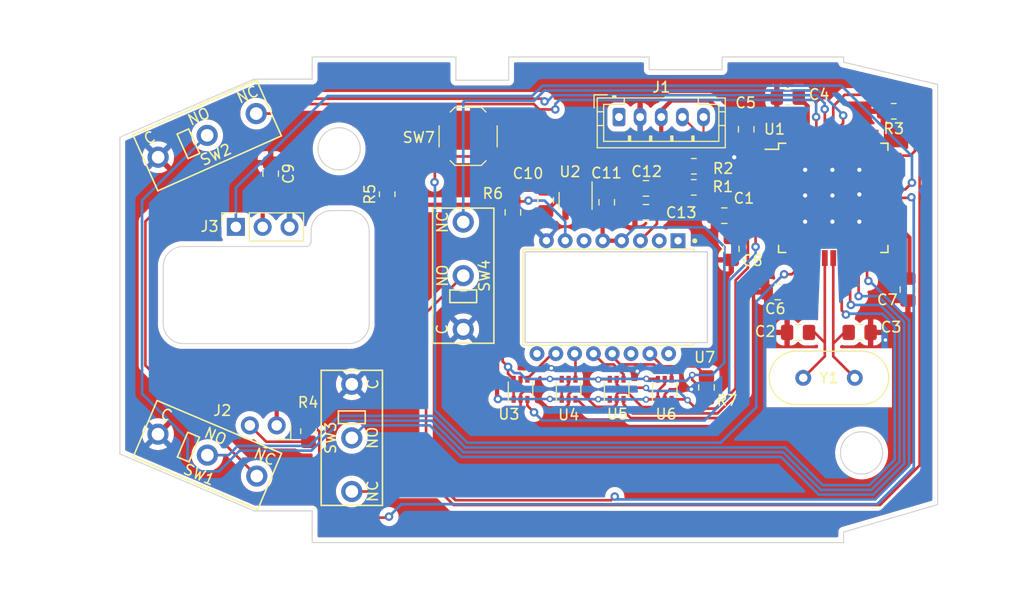
<source format=kicad_pcb>
(kicad_pcb (version 20210108) (generator pcbnew)
  (layers (0 "F.Cu" signal) (31 "B.Cu" signal) (34 "B.Paste" user) (35 "F.Paste" user) (36 "B.SilkS" user "B.Silkscreen") (37 "F.SilkS" user "F.Silkscreen") (38 "B.Mask" user) (39 "F.Mask" user) (44 "Edge.Cuts" user))
  (net 0 "")
  (net 1 "Net-(C1-Pad2)")
  (net 2 "GND")
  (net 3 "Net-(C2-Pad2)")
  (net 4 "Net-(C3-Pad2)")
  (net 5 "Net-(C4-Pad2)")
  (net 6 "Net-(J2-Pad2)")
  (net 7 "Net-(C9-Pad2)")
  (net 8 "Net-(SW7-Pad2)")
  (net 9 "VCC")
  (net 10 "VDD")
  (net 11 "Net-(C12-Pad1)")
  (net 12 "D+")
  (net 13 "D-")
  (net 14 "no_connect_(J1-Pad1)")
  (net 15 "WHL_COM")
  (net 16 "no_connect_(U7-Pad1)")
  (net 17 "MISO")
  (net 18 "/ATMEGA2_USB_D_P")
  (net 19 "/ATMEGA2_USB_D_N")
  (net 20 "WHL_LED")
  (net 21 "NRESET")
  (net 22 "+left")
  (net 23 "-left")
  (net 24 "+right")
  (net 25 "-right")
  (net 26 "+middle")
  (net 27 "-middle")
  (net 28 "+dpi")
  (net 29 "-dpi")
  (net 30 "no_connect_(U1-Pad32)")
  (net 31 "no_connect_(U1-Pad31)")
  (net 32 "no_connect_(U1-Pad30)")
  (net 33 "no_connect_(U1-Pad27)")
  (net 34 "no_connect_(U1-Pad26)")
  (net 35 "no_connect_(U1-Pad12)")
  (net 36 "MISO-H")
  (net 37 "MOSI-H")
  (net 38 "SCLK-H")
  (net 39 "SS-H")
  (net 40 "no_connect_(U1-Pad1)")
  (net 41 "no_connect_(U2-Pad4)")
  (net 42 "MOSI")
  (net 43 "SS")
  (net 44 "SCLK")
  (net 45 "no_connect_(U7-Pad2)")
  (net 46 "no_connect_(U7-Pad6)")
  (net 47 "no_connect_(U7-Pad9)")
  (net 48 "no_connect_(U7-Pad14)")
  (net 49 "no_connect_(U7-Pad16)")
  (net 50 "Net-(R3-Pad1)")
  (net 51 "Net-(R7-Pad2)")
  (net 52 "no_connect_(U1-Pad22)")
  (net 53 "no_connect_(U1-Pad25)")
  (net 54 "no_connect_(U1-Pad36)")
  (net 55 "no_connect_(U1-Pad37)")
  (footprint "Capacitor_SMD:C_0805_2012Metric_Pad1.18x1.45mm_HandSolder" (layer "F.Cu") (at 80.04 137.86 180)
    (fp_text reference "C13")
    (fp_text value "100nF")
  )
  (footprint "Connector_JST:JST_PH_B5B-PH-K_1x05_P2.00mm_Vertical" (layer "F.Cu") (at 77.49 128.84)
    (fp_text reference "J1")
    (fp_text value "Conn_01x05_Female")
  )
  (footprint "Capacitor_SMD:C_0805_2012Metric_Pad1.18x1.45mm_HandSolder" (layer "F.Cu") (at 104.84 145.18 -90)
    (fp_text reference "C7")
    (fp_text value "100nf")
  )
  (footprint "Capacitor_SMD:C_0805_2012Metric_Pad1.18x1.45mm_HandSolder" (layer "F.Cu") (at 67.45 137.87 -90)
    (fp_text reference "R6")
    (fp_text value "10k")
  )
  (footprint "Capacitor_SMD:C_0805_2012Metric_Pad1.18x1.45mm_HandSolder" (layer "F.Cu") (at 80.04 135.6 180)
    (fp_text reference "C12")
    (fp_text value "4.7uF")
  )
  (footprint "Capacitor_SMD:C_0805_2012Metric_Pad1.18x1.45mm_HandSolder" (layer "F.Cu") (at 88.12 141.33 -90)
    (fp_text reference "C8")
    (fp_text value "1uF")
  )
  (footprint "Crystal:Crystal_HC49-U_Vertical" (layer "F.Cu") (at 94.931579 153.544907)
    (fp_text reference "Y1")
    (fp_text value "16mhz Crystal")
  )
  (footprint "Capacitor_SMD:C_0805_2012Metric_Pad1.18x1.45mm_HandSolder" (layer "F.Cu") (at 76.33 136.91 90)
    (fp_text reference "C11")
    (fp_text value "1uF")
  )
  (footprint "Resistor_SMD:R_0805_2012Metric_Pad1.20x1.40mm_HandSolder" (layer "F.Cu") (at 48.1 158.6 90)
    (fp_text reference "R4")
    (fp_text value "150")
  )
  (footprint "Package_TO_SOT_SMD:SOT-363_SC-70-6" (layer "F.Cu") (at 77.27 154.63 90)
    (fp_text reference "U5")
    (fp_text value "SN74LVC1T45DCK")
  )
  (footprint "Resistor_SMD:R_0805_2012Metric_Pad1.20x1.40mm_HandSolder" (layer "F.Cu") (at 84.58 133.499999)
    (fp_text reference "R2")
    (fp_text value "22")
  )
  (footprint "Capacitor_SMD:C_0805_2012Metric_Pad1.18x1.45mm_HandSolder" (layer "F.Cu") (at 94.44 149.24)
    (fp_text reference "C2")
    (fp_text value "22pf")
  )
  (footprint "Capacitor_SMD:C_0805_2012Metric_Pad1.18x1.45mm_HandSolder" (layer "F.Cu") (at 100.27 149.24 180)
    (fp_text reference "C3")
    (fp_text value "22pf")
  )
  (footprint "Package_TO_SOT_SMD:SOT-363_SC-70-6" (layer "F.Cu") (at 72.72 154.63 90)
    (fp_text reference "U4")
    (fp_text value "SN74LVC1T45DCK")
  )
  (footprint "Capacitor_SMD:C_0805_2012Metric_Pad1.18x1.45mm_HandSolder" (layer "F.Cu") (at 87.46 138.18)
    (fp_text reference "C1")
    (fp_text value "1uF")
  )
  (footprint "Connector_PinSocket_2.54mm:PinSocket_1x03_P2.54mm_Vertical" (layer "F.Cu") (at 41.225 139.245 90)
    (fp_text reference "J3")
    (fp_text value "Conn_01x03_Female")
  )
  (footprint "Capacitor_SMD:C_0805_2012Metric_Pad1.18x1.45mm_HandSolder" (layer "F.Cu") (at 92.51 145.41 180)
    (fp_text reference "C6")
    (fp_text value "100nf")
  )
  (footprint "Resistor_SMD:R_0805_2012Metric_Pad1.20x1.40mm_HandSolder" (layer "F.Cu") (at 55.55 136.15 90)
    (fp_text reference "R5")
    (fp_text value "10")
  )
  (footprint "Capacitor_SMD:C_0805_2012Metric_Pad1.18x1.45mm_HandSolder" (layer "F.Cu") (at 93.47 126.96)
    (fp_text reference "C4")
    (fp_text value "100nF")
  )
  (footprint "mouse:Microswitch_SPDT_D2F" (layer "F.Cu") (at 62.75 143.865 90)
    (fp_text reference "SW4")
    (fp_text value "SW_SPDT")
  )
  (footprint "Resistor_SMD:R_0805_2012Metric_Pad1.20x1.40mm_HandSolder" (layer "F.Cu") (at 103.5 128.29 180)
    (fp_text reference "R3")
    (fp_text value "1k")
  )
  (footprint "mouse:Microswitch_SPDT_D2F" (layer "F.Cu") (at 38.53 160.865 -23)
    (fp_text reference "SW1")
    (fp_text value "SW_SPDT")
  )
  (footprint "Capacitor_SMD:C_0805_2012Metric_Pad1.18x1.45mm_HandSolder" (layer "F.Cu") (at 89.53 130 -90)
    (fp_text reference "C5")
    (fp_text value "100nf")
  )
  (footprint "Connector_PinSocket_2.54mm:PinSocket_1x02_P2.54mm_Vertical" (layer "F.Cu") (at 45.09 158.05 -90)
    (fp_text reference "J2")
    (fp_text value "Conn_01x02_Female")
  )
  (footprint "Capacitor_SMD:C_0805_2012Metric_Pad1.18x1.45mm_HandSolder" (layer "F.Cu") (at 44.52 134.2 -90)
    (fp_text reference "C9")
    (fp_text value "100nF")
  )
  (footprint "Package_QFP:TQFP-44_10x10mm_P0.8mm" (layer "F.Cu") (at 97.771579 136.494907)
    (fp_text reference "U1")
    (fp_text value "ATmega32U4-AU")
  )
  (footprint "Capacitor_SMD:C_0805_2012Metric_Pad1.18x1.45mm_HandSolder" (layer "F.Cu") (at 70.55 136.73 -90)
    (fp_text reference "C10")
    (fp_text value "1uF")
  )
  (footprint "Package_TO_SOT_SMD:SOT-23-5" (layer "F.Cu") (at 73.38 136.78 -90)
    (fp_text reference "U2")
    (fp_text value "TLV70019")
  )
  (footprint "Capacitor_SMD:C_0805_2012Metric_Pad1.18x1.45mm_HandSolder" (layer "F.Cu") (at 85.77 154.45 90)
    (fp_text reference "R7")
    (fp_text value "39R")
  )
  (footprint "Package_TO_SOT_SMD:SOT-363_SC-70-6" (layer "F.Cu") (at 81.82 154.63 90)
    (fp_text reference "U6")
    (fp_text value "SN74LVC1T45DCK")
  )
  (footprint "mouse:PMW3360DM-T2QU" (layer "F.Cu") (at 77.42 145.9 180)
    (fp_text reference "U7")
    (fp_text value "PMW3360DM-T2QU")
    (fp_rect (start -8.44 -4.3) (end 8.82 4.3) (layer "Edge.Cuts") (width 0.12) (fill none))
  )
  (footprint "Resistor_SMD:R_0805_2012Metric_Pad1.20x1.40mm_HandSolder" (layer "F.Cu") (at 84.57 135.499999)
    (fp_text reference "R1")
    (fp_text value "22")
  )
  (footprint "mouse:Microswitch_SPDT_D2F" (layer "F.Cu") (at 52.2 159.23 -90)
    (fp_text reference "SW3")
    (fp_text value "SW_SPDT")
  )
  (footprint "Package_TO_SOT_SMD:SOT-363_SC-70-6" (layer "F.Cu") (at 68.17 154.63 90)
    (fp_text reference "U3")
    (fp_text value "SN74LVC1T45DCK")
  )
  (footprint "mouse:Microswitch_SPDT_D2F" (layer "F.Cu") (at 38.51 130.575 24)
    (fp_text reference "SW2")
    (fp_text value "SW_SPDT")
  )
  (footprint "Button_Switch_SMD:SW_SPST_TL3342" (layer "F.Cu") (at 63.21 130.67)
    (fp_text reference "SW7")
    (fp_text value "SW_SPST")
  )
  (gr_arc (start 50.301843 139.657649) (end 48.35 139.497523) (angle 86.9) (layer "Edge.Cuts") (width 0.1))
  (gr_line (start 87.25 123.15) (end 98.75 123.15) (layer "Edge.Cuts") (width 0.1))
  (gr_line (start 67.05 123.15) (end 80.35 123.15) (layer "Edge.Cuts") (width 0.1))
  (gr_line (start 48.45 125.25) (end 42.95 125.25) (layer "Edge.Cuts") (width 0.1))
  (gr_line (start 48.35 140.6) (end 48.35 139.497523) (layer "Edge.Cuts") (width 0.1))
  (gr_line (start 98.75 168.15) (end 107.65 165.55) (layer "Edge.Cuts") (width 0.1))
  (gr_arc (start 51.936627 148.384908) (end 53.85 148.5) (angle 89) (layer "Edge.Cuts") (width 0.1))
  (gr_arc (start 36.254723 143.005249) (end 34.35 142.9) (angle 89.7) (layer "Edge.Cuts") (width 0.1))
  (gr_line (start 48.45 123.15) (end 62.05 123.15) (layer "Edge.Cuts") (width 0.1))
  (gr_line (start 87.25 123.15) (end 87.25 124.35) (layer "Edge.Cuts") (width 0.1))
  (gr_arc (start 47.817472 140.566717) (end 48.35 140.6) (angle 88.3) (layer "Edge.Cuts") (width 0.1))
  (gr_line (start 48.45 169.15) (end 48.45 166.15) (layer "Edge.Cuts") (width 0.1))
  (gr_line (start 42.95 125.25) (end 30.25 130.75) (layer "Edge.Cuts") (width 0.1))
  (gr_line (start 98.75 123.15) (end 98.75 123.65) (layer "Edge.Cuts") (width 0.1))
  (gr_line (start 80.35 123.15) (end 80.35 124.35) (layer "Edge.Cuts") (width 0.1))
  (gr_line (start 98.75 169.15) (end 98.75 168.15) (layer "Edge.Cuts") (width 0.1))
  (gr_arc (start 36.258808 148.392604) (end 36.144507 150.3) (angle 89.2) (layer "Edge.Cuts") (width 0.1))
  (gr_line (start 80.35 124.35) (end 87.25 124.35) (layer "Edge.Cuts") (width 0.1))
  (gr_line (start 62.05 125.35) (end 67.05 125.35) (layer "Edge.Cuts") (width 0.1))
  (gr_line (start 36.35 141.1) (end 47.8 141.1) (layer "Edge.Cuts") (width 0.1))
  (gr_line (start 48.45 166.15) (end 42.95 166.15) (layer "Edge.Cuts") (width 0.1))
  (gr_line (start 34.35 148.304944) (end 34.35 142.9) (layer "Edge.Cuts") (width 0.1))
  (gr_line (start 107.65 125.75) (end 107.65 165.55) (layer "Edge.Cuts") (width 0.1))
  (gr_line (start 98.75 169.15) (end 48.45 169.15) (layer "Edge.Cuts") (width 0.1))
  (gr_line (start 67.05 123.15) (end 67.05 125.35) (layer "Edge.Cuts") (width 0.1))
  (gr_line (start 42.95 166.15) (end 30.25 160.75) (layer "Edge.Cuts") (width 0.1))
  (gr_line (start 53.85 148.5) (end 53.85 139.706185) (layer "Edge.Cuts") (width 0.1))
  (gr_circle (center 100.45 160.65) (end 102.45 160.65) (layer "Edge.Cuts") (width 0.1) (fill none))
  (gr_arc (start 51.886783 139.656833) (end 52.052477 137.7) (angle 86.6) (layer "Edge.Cuts") (width 0.1))
  (gr_line (start 30.25 160.75) (end 30.25 130.75) (layer "Edge.Cuts") (width 0.1))
  (gr_circle (center 51 131.85) (end 53 131.85) (layer "Edge.Cuts") (width 0.1) (fill none))
  (gr_line (start 62.05 123.15) (end 62.05 125.35) (layer "Edge.Cuts") (width 0.1))
  (gr_line (start 48.45 123.15) (end 48.45 125.25) (layer "Edge.Cuts") (width 0.1))
  (gr_line (start 98.75 123.65) (end 107.65 125.75) (layer "Edge.Cuts") (width 0.1))
  (gr_line (start 50.356185 137.7) (end 52.052477 137.7) (layer "Edge.Cuts") (width 0.1))
  (gr_line (start 51.854944 150.3) (end 36.144507 150.3) (layer "Edge.Cuts") (width 0.1))
  (segment (start 89.24 138.18) (end 90.93 136.49) (width 0.4) (layer "F.Cu") (net 1))
  (segment (start 88.4975 138.18) (end 89.24 138.18) (width 0.4) (layer "F.Cu") (net 1))
  (segment (start 90.93 136.49) (end 92.066672 136.49) (width 0.4) (layer "F.Cu") (net 1))
  (segment (start 73.38 135.6725) (end 73.38 136.335) (width 0.4) (layer "F.Cu") (net 2))
  (segment (start 72.925 136.79) (end 73.38 136.335) (width 0.4) (layer "F.Cu") (net 2))
  (segment (start 88.455093 135.694907) (end 88.45 135.7) (width 0.4) (layer "F.Cu") (net 2))
  (segment (start 94.571579 130.794907) (end 94.571579 131.739927) (width 0.4) (layer "F.Cu") (net 2))
  (segment (start 81.82 156.04002) (end 81.55002 156.31) (width 0.25) (layer "F.Cu") (net 2))
  (segment (start 68.17 155.58) (end 68.17 156.64) (width 0.25) (layer "F.Cu") (net 2))
  (segment (start 72.72 155.11998) (end 73.04998 154.79) (width 0.25) (layer "F.Cu") (net 2))
  (segment (start 73.79 154.79) (end 75.29 156.29) (width 0.25) (layer "F.Cu") (net 2))
  (segment (start 92.071579 135.694907) (end 88.455093 135.694907) (width 0.4) (layer "F.Cu") (net 2))
  (segment (start 72.72 155.58) (end 72.72 155.11998) (width 0.25) (layer "F.Cu") (net 2))
  (segment (start 82.30998 154.63) (end 84.35 154.63) (width 0.25) (layer "F.Cu") (net 2))
  (segment (start 73.04998 154.79) (end 73.79 154.79) (width 0.25) (layer "F.Cu") (net 2))
  (segment (start 87.565093 135.694907) (end 88.455093 135.694907) (width 0.4) (layer "F.Cu") (net 2))
  (segment (start 96.171579 145.628421) (end 96.171579 142.194907) (width 0.4) (layer "F.Cu") (net 2))
  (segment (start 100.971579 129.478421) (end 100.99 129.46) (width 0.4) (layer "F.Cu") (net 2))
  (segment (start 77.27 156.04002) (end 77.27 155.58) (width 0.25) (layer "F.Cu") (net 2))
  (segment (start 94.571579 131.739927) (end 95.171652 132.34) (width 0.4) (layer "F.Cu") (net 2))
  (segment (start 73.38 136.335) (end 73.855 136.81) (width 0.4) (layer "F.Cu") (net 2))
  (segment (start 69.19 154.82) (end 70.72 156.35) (width 0.25) (layer "F.Cu") (net 2))
  (segment (start 100.971579 131.739927) (end 100.971579 130.794907) (width 0.4) (layer "F.Cu") (net 2))
  (segment (start 72.72 156.04002) (end 72.72 155.58) (width 0.25) (layer "F.Cu") (net 2))
  (segment (start 95.171652 132.34) (end 100.371506 132.34) (width 0.4) (layer "F.Cu") (net 2))
  (segment (start 100.371506 132.34) (end 100.971579 131.739927) (width 0.4) (layer "F.Cu") (net 2))
  (segment (start 79.67 156.31) (end 78.289989 154.929989) (width 0.25) (layer "F.Cu") (net 2))
  (segment (start 94.571579 128.471579) (end 94.571579 130.794907) (width 0.4) (layer "F.Cu") (net 2))
  (segment (start 96.08 145.72) (end 96.171579 145.628421) (width 0.4) (layer "F.Cu") (net 2))
  (segment (start 86.4225 136.8375) (end 87.565093 135.694907) (width 0.4) (layer "F.Cu") (net 2))
  (segment (start 81.82 155.11998) (end 82.30998 154.63) (width 0.25) (layer "F.Cu") (net 2))
  (segment (start 71.5575 136.79) (end 72.925 136.79) (width 0.4) (layer "F.Cu") (net 2))
  (segment (start 81.82 155.58) (end 81.82 156.04002) (width 0.25) (layer "F.Cu") (net 2))
  (segment (start 70.55 137.7975) (end 71.5575 136.79) (width 0.4) (layer "F.Cu") (net 2))
  (segment (start 78.289989 154.929989) (end 77.459991 154.929989) (width 0.25) (layer "F.Cu") (net 2))
  (segment (start 94.51 128.41) (end 94.571579 128.471579) (width 0.4) (layer "F.Cu") (net 2))
  (segment (start 75.4225 136.81) (end 76.33 135.9025) (width 0.4) (layer "F.Cu") (net 2))
  (segment (start 77.459991 154.929989) (end 77.27 155.11998) (width 0.25) (layer "F.Cu") (net 2))
  (segment (start 77.02002 156.29) (end 77.27 156.04002) (width 0.25) (layer "F.Cu") (net 2))
  (segment (start 81.82 155.58) (end 81.82 155.11998) (width 0.25) (layer "F.Cu") (net 2))
  (segment (start 77.27 155.11998) (end 77.27 155.58) (width 0.25) (layer "F.Cu") (net 2))
  (segment (start 86.4225 138.18) (end 86.4225 136.8375) (width 0.4) (layer "F.Cu") (net 2))
  (segment (start 81.55002 156.31) (end 79.67 156.31) (width 0.25) (layer "F.Cu") (net 2))
  (segment (start 73.855 136.81) (end 75.4225 136.81) (width 0.4) (layer "F.Cu") (net 2))
  (segment (start 72.41002 156.35) (end 72.72 156.04002) (width 0.25) (layer "F.Cu") (net 2))
  (segment (start 75.29 156.29) (end 77.02002 156.29) (width 0.25) (layer "F.Cu") (net 2))
  (segment (start 100.971579 130.794907) (end 100.971579 129.478421) (width 0.4) (layer "F.Cu") (net 2))
  (segment (start 68.17 155.58) (end 68.17 155.11998) (width 0.25) (layer "F.Cu") (net 2))
  (segment (start 70.72 156.35) (end 72.41002 156.35) (width 0.25) (layer "F.Cu") (net 2))
  (segment (start 68.17 155.11998) (end 68.46998 154.82) (width 0.25) (layer "F.Cu") (net 2))
  (segment (start 68.46998 154.82) (end 69.19 154.82) (width 0.25) (layer "F.Cu") (net 2))
  (via (at 95.11 138.75) (size 0.8) (drill 0.4) (layers "F.Cu" "B.Cu") (net 2))
  (via (at 95.11 133.84) (size 0.8) (drill 0.4) (layers "F.Cu" "B.Cu") (net 2))
  (via (at 102.704 149.96) (size 0.6) (drill 0.33) (layers "F.Cu" "B.Cu") (net 2))
  (via (at 79.22 152.92) (size 0.6) (drill 0.33) (layers "F.Cu" "B.Cu") (net 2))
  (via (at 100.24 136.17) (size 0.8) (drill 0.4) (layers "F.Cu" "B.Cu") (net 2))
  (via (at 71.09 152.63) (size 0.6) (drill 0.33) (layers "F.Cu" "B.Cu") (net 2))
  (via (at 95.11 136.27) (size 0.8) (drill 0.4) (layers "F.Cu" "B.Cu") (net 2))
  (via (at 84.35 154.63) (size 0.6) (drill 0.33) (layers "F.Cu" "B.Cu") (net 2))
  (via (at 97.69 138.75) (size 0.8) (drill 0.4) (layers "F.Cu" "B.Cu") (net 2))
  (via (at 97.69 133.84) (size 0.8) (drill 0.4) (layers "F.Cu" "B.Cu") (net 2))
  (via (at 100.24 133.84) (size 0.8) (drill 0.4) (layers "F.Cu" "B.Cu") (net 2))
  (via (at 88.4 132.65) (size 0.8) (drill 0.4) (layers "F.Cu" "B.Cu") (net 2))
  (via (at 97.69 136.27) (size 0.8) (drill 0.4) (layers "F.Cu" "B.Cu") (net 2))
  (via (at 100.24 138.75) (size 0.8) (drill 0.4) (layers "F.Cu" "B.Cu") (net 2))
  (segment (start 96 149.24) (end 96.971579 150.211579) (width 0.25) (layer "F.Cu") (net 3))
  (segment (start 95.4775 149.24) (end 96 149.24) (width 0.25) (layer "F.Cu") (net 3))
  (segment (start 96.971579 142.194907) (end 96.971579 151.504907) (width 0.25) (layer "F.Cu") (net 3))
  (segment (start 96.971579 151.504907) (end 94.931579 153.544907) (width 0.25) (layer "F.Cu") (net 3))
  (segment (start 97.771579 151.504907) (end 99.811579 153.544907) (width 0.25) (layer "F.Cu") (net 4))
  (segment (start 98.83 149.24) (end 97.771579 150.298421) (width 0.25) (layer "F.Cu") (net 4))
  (segment (start 97.771579 142.194907) (end 97.771579 150.298421) (width 0.25) (layer "F.Cu") (net 4))
  (segment (start 97.771579 150.298421) (end 97.771579 151.504907) (width 0.25) (layer "F.Cu") (net 4))
  (segment (start 95.349989 130.773317) (end 95.349989 127.802489) (width 0.4) (layer "F.Cu") (net 5))
  (segment (start 95.349989 127.802489) (end 94.5075 126.96) (width 0.4) (layer "F.Cu") (net 5))
  (segment (start 48.1 159.6) (end 44.1 159.6) (width 0.25) (layer "F.Cu") (net 6))
  (segment (start 44.1 159.6) (end 42.55 158.05) (width 0.25) (layer "F.Cu") (net 6))
  (segment (start 44.52 135.2375) (end 55.4625 135.2375) (width 0.4) (layer "F.Cu") (net 7))
  (segment (start 44.52 137.03) (end 44.52 135.2375) (width 0.4) (layer "F.Cu") (net 7))
  (segment (start 43.765 137.785) (end 44.52 137.03) (width 0.4) (layer "F.Cu") (net 7))
  (segment (start 43.765 139.245) (end 43.765 137.785) (width 0.4) (layer "F.Cu") (net 7))
  (segment (start 93.12 143.735) (end 93.841506 143.735) (width 0.25) (layer "F.Cu") (net 8))
  (segment (start 94.571579 143.004927) (end 94.571579 142.194907) (width 0.25) (layer "F.Cu") (net 8))
  (segment (start 93.841506 143.735) (end 94.571579 143.004927) (width 0.25) (layer "F.Cu") (net 8))
  (segment (start 60.03 135.01) (end 60.06 134.98) (width 0.25) (layer "F.Cu") (net 8))
  (segment (start 60.06 132.57) (end 66.36 132.57) (width 0.25) (layer "F.Cu") (net 8))
  (segment (start 60.06 134.98) (end 60.06 132.57) (width 0.25) (layer "F.Cu") (net 8))
  (via (at 93.12 143.735) (size 0.8) (drill 0.4) (layers "F.Cu" "B.Cu") (net 8))
  (via (at 60.03 135.01) (size 0.8) (drill 0.4) (layers "F.Cu" "B.Cu") (net 8))
  (segment (start 87.12002 159.68998) (end 90.49 156.32) (width 0.25) (layer "B.Cu") (net 8))
  (segment (start 60.12998 156.69998) (end 60.149252 156.69998) (width 0.25) (layer "B.Cu") (net 8))
  (segment (start 90.49 146.32) (end 93.075 143.735) (width 0.25) (layer "B.Cu") (net 8))
  (segment (start 60.03 135.01) (end 60.07 135.05) (width 0.25) (layer "B.Cu") (net 8))
  (segment (start 63.139252 159.68998) (end 87.12002 159.68998) (width 0.25) (layer "B.Cu") (net 8))
  (segment (start 90.49 156.32) (end 90.49 146.32) (width 0.25) (layer "B.Cu") (net 8))
  (segment (start 93.075 143.735) (end 93.12 143.735) (width 0.25) (layer "B.Cu") (net 8))
  (segment (start 60.07 135.05) (end 60.07 156.64) (width 0.25) (layer "B.Cu") (net 8))
  (segment (start 60.07 156.64) (end 60.12998 156.69998) (width 0.25) (layer "B.Cu") (net 8))
  (segment (start 60.149252 156.69998) (end 63.139252 159.68998) (width 0.25) (layer "B.Cu") (net 8))
  (segment (start 89.53 130.755) (end 86.045 127.27) (width 0.4) (layer "F.Cu") (net 9))
  (segment (start 104.99 140.268308) (end 104.99 143.9925) (width 0.4) (layer "F.Cu") (net 9))
  (segment (start 73.9 134.55) (end 72.82 134.55) (width 0.4) (layer "F.Cu") (net 9))
  (segment (start 66.01 136.33) (end 66.055 136.285) (width 0.25) (layer "F.Cu") (net 9))
  (segment (start 70.96 155.55) (end 72.04 155.55) (width 0.25) (layer "F.Cu") (net 9))
  (segment (start 91.205093 137.294907) (end 92.071579 137.294907) (width 0.4) (layer "F.Cu") (net 9))
  (segment (start 66.03 155.55) (end 67.49 155.55) (width 0.25) (layer "F.Cu") (net 9))
  (segment (start 65.19 137.15) (end 66.6175 135.7225) (width 0.4) (layer "F.Cu") (net 9))
  (segment (start 86.045 127.27) (end 82.45 127.27) (width 0.4) (layer "F.Cu") (net 9))
  (segment (start 93.205093 137.294907) (end 93.65 136.85) (width 0.4) (layer "F.Cu") (net 9))
  (segment (start 103.471579 139.694907) (end 102.526559 139.694907) (width 0.4) (layer "F.Cu") (net 9))
  (segment (start 81.49 130.34) (end 80.06 131.77) (width 0.4) (layer "F.Cu") (net 9))
  (segment (start 80.07 155.58) (end 80.05 155.6) (width 0.25) (layer "F.Cu") (net 9))
  (segment (start 93.016599 133.294907) (end 92.071579 133.294907) (width 0.4) (layer "F.Cu") (net 9))
  (segment (start 91.998251 133.294907) (end 91.224907 133.294907) (width 0.4) (layer "F.Cu") (net 9))
  (segment (start 67.52 155.58) (end 67.52 154.79002) (width 0.25) (layer "F.Cu") (net 9))
  (segment (start 82.45 127.27) (end 81.49 128.23) (width 0.4) (layer "F.Cu") (net 9))
  (segment (start 68.17 154.14002) (end 68.17 153.68) (width 0.25) (layer "F.Cu") (net 9))
  (segment (start 104.416599 139.694907) (end 104.99 140.268308) (width 0.4) (layer "F.Cu") (net 9))
  (segment (start 66.03 155.55) (end 65.95 155.47) (width 0.4) (layer "F.Cu") (net 9))
  (segment (start 48.918 151.93) (end 45.09 155.758) (width 0.4) (layer "F.Cu") (net 9))
  (segment (start 80.06 131.77) (end 77.69 131.77) (width 0.4) (layer "F.Cu") (net 9))
  (segment (start 53.43 151.93) (end 48.918 151.93) (width 0.4) (layer "F.Cu") (net 9))
  (segment (start 55.545 137.155) (end 55.545 149.815) (width 0.4) (layer "F.Cu") (net 9))
  (segment (start 75.526 155.57) (end 76.61 155.57) (width 0.25) (layer "F.Cu") (net 9))
  (segment (start 93.205093 137.294907) (end 92.071579 137.294907) (width 0.4) (layer "F.Cu") (net 9))
  (segment (start 74.33 134.98) (end 73.9 134.55) (width 0.4) (layer "F.Cu") (net 9))
  (segment (start 72.07 154.79002) (end 72.72 154.14002) (width 0.25) (layer "F.Cu") (net 9))
  (segment (start 93.65 133.928308) (end 93.016599 133.294907) (width 0.4) (layer "F.Cu") (net 9))
  (segment (start 88.2075 140.2925) (end 91.205093 137.294907) (width 0.4) (layer "F.Cu") (net 9))
  (segment (start 72.07 155.58) (end 72.07 154.79002) (width 0.25) (layer "F.Cu") (net 9))
  (segment (start 93.65 139.536) (end 93.65 133.928308) (width 0.4) (layer "F.Cu") (net 9))
  (segment (start 66.03 136.35) (end 66.01 136.33) (width 0.25) (layer "F.Cu") (net 9))
  (segment (start 81.82 154.14002) (end 81.82 153.68) (width 0.25) (layer "F.Cu") (net 9))
  (segment (start 72.72 154.14002) (end 72.72 153.68) (width 0.25) (layer "F.Cu") (net 9))
  (segment (start 93.771579 130.794907) (end 93.528986 131.0375) (width 0.4) (layer "F.Cu") (net 9))
  (segment (start 103.471579 139.694907) (end 104.416599 139.694907) (width 0.4) (layer "F.Cu") (net 9))
  (segment (start 94.777 140.643) (end 101.578466 140.643) (width 0.4) (layer "F.Cu") (net 9))
  (segment (start 65.95 155.47) (end 65.95 136.43) (width 0.4) (layer "F.Cu") (net 9))
  (segment (start 77.69 131.77) (end 74.33 135.13) (width 0.4) (layer "F.Cu") (net 9))
  (segment (start 95.371579 143.585921) (end 93.5475 145.41) (width 0.4) (layer "F.Cu") (net 9))
  (segment (start 95.371579 142.194907) (end 95.371579 143.585921) (width 0.4) (layer "F.Cu") (net 9))
  (segment (start 101.771579 138.881579) (end 101.771579 130.794907) (width 0.4) (layer "F.Cu") (net 9))
  (segment (start 81.17 155.58) (end 81.17 154.79002) (width 0.25) (layer "F.Cu") (net 9))
  (segment (start 53.622 151.738) (end 53.558 151.738) (width 0.25) (layer "F.Cu") (net 9))
  (segment (start 72.82 134.55) (end 72.43 134.94) (width 0.4) (layer "F.Cu") (net 9))
  (segment (start 102.526559 139.636559) (end 101.771579 138.881579) (width 0.4) (layer "F.Cu") (net 9))
  (segment (start 94.777 140.643) (end 94.767 140.653) (width 0.4) (layer "F.Cu") (net 9))
  (segment (start 95.371579 141.257579) (end 93.65 139.536) (width 0.4) (layer "F.Cu") (net 9))
  (segment (start 55.55 137.15) (end 65.19 137.15) (width 0.4) (layer "F.Cu") (net 9))
  (segment (start 55.545 149.815) (end 53.622 151.738) (width 0.4) (layer "F.Cu") (net 9))
  (segment (start 65.95 136.43) (end 66.03 136.35) (width 0.4) (layer "F.Cu") (net 9))
  (segment (start 53.622 151.738) (end 53.43 151.93) (width 0.4) (layer "F.Cu") (net 9))
  (segment (start 90.82 132.3275) (end 89.53 131.0375) (width 0.4) (layer "F.Cu") (net 9))
  (segment (start 81.17 155.58) (end 80.07 155.58) (width 0.25) (layer "F.Cu") (net 9))
  (segment (start 90.82 132.89) (end 90.82 132.3275) (width 0.4) (layer "F.Cu") (net 9))
  (segment (start 72.38 135.7225) (end 70.55 135.7225) (width 0.4) (layer "F.Cu") (net 9))
  (segment (start 74.33 135.6425) (end 74.33 134.98) (width 0.4) (layer "F.Cu") (net 9))
  (segment (start 66.6175 135.7225) (end 70.55 135.7225) (width 0.4) (layer "F.Cu") (net 9))
  (segment (start 102.526559 139.694907) (end 101.578466 140.643) (width 0.4) (layer "F.Cu") (net 9))
  (segment (start 91.224907 133.294907) (end 90.82 132.89) (width 0.4) (layer "F.Cu") (net 9))
  (segment (start 72.43 134.94) (end 72.43 135.6425) (width 0.4) (layer "F.Cu") (net 9))
  (segment (start 67.52 154.79002) (end 68.17 154.14002) (width 0.25) (layer "F.Cu") (net 9))
  (segment (start 81.17 154.79002) (end 81.82 154.14002) (width 0.25) (layer "F.Cu") (net 9))
  (segment (start 45.09 155.758) (end 45.09 158.05) (width 0.4) (layer "F.Cu") (net 9))
  (segment (start 95.371579 142.194907) (end 95.371579 141.257579) (width 0.4) (layer "F.Cu") (net 9))
  (segment (start 81.49 128.84) (end 81.49 130.34) (width 0.4) (layer "F.Cu") (net 9))
  (segment (start 93.528986 131.0375) (end 89.53 131.0375) (width 0.4) (layer "F.Cu") (net 9))
  (via (at 75.526 155.57) (size 0.6) (drill 0.33) (layers "F.Cu" "B.Cu") (net 9))
  (via (at 80.05 155.6) (size 0.6) (drill 0.33) (layers "F.Cu" "B.Cu") (net 9))
  (via (at 70.96 155.55) (size 0.6) (drill 0.33) (layers "F.Cu" "B.Cu") (net 9))
  (via (at 66.03 155.55) (size 0.8) (drill 0.4) (layers "F.Cu" "B.Cu") (net 9))
  (segment (start 70.96 155.55) (end 70.98 155.57) (width 0.25) (layer "B.Cu") (net 9))
  (segment (start 70.96 155.55) (end 66.03 155.55) (width 0.25) (layer "B.Cu") (net 9))
  (segment (start 80.05 155.6) (end 80.03 155.58) (width 0.25) (layer "B.Cu") (net 9))
  (segment (start 80.03 155.58) (end 75.536 155.58) (width 0.25) (layer "B.Cu") (net 9))
  (segment (start 70.98 155.57) (end 75.526 155.57) (width 0.25) (layer "B.Cu") (net 9))
  (segment (start 66.03 155.55) (end 65.98998 155.50998) (width 0.25) (layer "B.Cu") (net 9))
  (segment (start 75.536 155.58) (end 75.526 155.57) (width 0.25) (layer "B.Cu") (net 9))
  (segment (start 70.954 153.65) (end 72.04 153.65) (width 0.25) (layer "F.Cu") (net 10))
  (segment (start 66.99 152.5) (end 66.99 153.15) (width 0.25) (layer "F.Cu") (net 10))
  (segment (start 76.3 137.9775) (end 75.94 138.3375) (width 0.4) (layer "F.Cu") (net 10))
  (segment (start 74.36 137.9475) (end 76.33 137.9475) (width 0.4) (layer "F.Cu") (net 10))
  (segment (start 75.53 153.71) (end 75.56 153.68) (width 0.25) (layer "F.Cu") (net 10))
  (segment (start 85.056818 154.346818) (end 85.77 155.06) (width 0.25) (layer "F.Cu") (net 10))
  (segment (start 66.99 153.15) (end 67.52 153.68) (width 0.25) (layer "F.Cu") (net 10))
  (segment (start 80.08 153.63) (end 80.09 153.64) (width 0.25) (layer "F.Cu") (net 10))
  (segment (start 66.48002 151.99002) (end 66.99 152.5) (width 0.25) (layer "F.Cu") (net 10))
  (segment (start 77.74 140.55) (end 75.96 140.55) (width 0.4) (layer "F.Cu") (net 10))
  (segment (start 84.42 153.27) (end 84.42 153.72) (width 0.25) (layer "F.Cu") (net 10))
  (segment (start 84.42 153.72) (end 85.046818 154.346818) (width 0.25) (layer "F.Cu") (net 10))
  (segment (start 75.56 153.68) (end 76.62 153.68) (width 0.25) (layer "F.Cu") (net 10))
  (segment (start 66.48002 140.20998) (end 66.48002 151.99002) (width 0.25) (layer "F.Cu") (net 10))
  (segment (start 85.046818 154.346818) (end 85.056818 154.346818) (width 0.25) (layer "F.Cu") (net 10))
  (segment (start 67.45 139.24) (end 66.48002 140.20998) (width 0.25) (layer "F.Cu") (net 10))
  (segment (start 75.94 138.3375) (end 75.94 140.53) (width 0.4) (layer "F.Cu") (net 10))
  (segment (start 80.09 153.64) (end 81.13 153.64) (width 0.25) (layer "F.Cu") (net 10))
  (via (at 70.954 153.65) (size 0.6) (drill 0.33) (layers "F.Cu" "B.Cu") (net 10))
  (via (at 80.08 153.63) (size 0.6) (drill 0.33) (layers "F.Cu" "B.Cu") (net 10))
  (via (at 84.42 153.27) (size 0.6) (drill 0.33) (layers "F.Cu" "B.Cu") (net 10))
  (via (at 75.53 153.71) (size 0.6) (drill 0.33) (layers "F.Cu" "B.Cu") (net 10))
  (via (at 66.99 152.5) (size 0.8) (drill 0.4) (layers "F.Cu" "B.Cu") (net 10))
  (segment (start 84.42 153.27) (end 86.3 153.27) (width 0.25) (layer "B.Cu") (net 10))
  (segment (start 87.464 141.134) (end 85.622 139.292) (width 0.25) (layer "B.Cu") (net 10))
  (segment (start 75.53 153.71) (end 75.6 153.64) (width 0.25) (layer "B.Cu") (net 10))
  (segment (start 70.954 153.65) (end 68.67 153.65) (width 0.25) (layer "B.Cu") (net 10))
  (segment (start 85.622 139.292) (end 78.998 139.292) (width 0.25) (layer "B.Cu") (net 10))
  (segment (start 78.998 139.292) (end 77.74 140.55) (width 0.25) (layer "B.Cu") (net 10))
  (segment (start 80.07 153.64) (end 80.08 153.63) (width 0.25) (layer "B.Cu") (net 10))
  (segment (start 80.08 153.63) (end 80.28 153.83) (width 0.25) (layer "B.Cu") (net 10))
  (segment (start 68.11 153.09) (end 67.58 153.09) (width 0.25) (layer "B.Cu") (net 10))
  (segment (start 68.67 153.65) (end 68.11 153.09) (width 0.25) (layer "B.Cu") (net 10))
  (segment (start 80.28 153.83) (end 83.86 153.83) (width 0.25) (layer "B.Cu") (net 10))
  (segment (start 67.58 153.09) (end 66.99 152.5) (width 0.25) (layer "B.Cu") (net 10))
  (segment (start 75.53 153.71) (end 75.47 153.65) (width 0.25) (layer "B.Cu") (net 10))
  (segment (start 87.464 152.106) (end 87.464 141.134) (width 0.25) (layer "B.Cu") (net 10))
  (segment (start 75.6 153.64) (end 80.07 153.64) (width 0.25) (layer "B.Cu") (net 10))
  (segment (start 83.86 153.83) (end 84.42 153.27) (width 0.25) (layer "B.Cu") (net 10))
  (segment (start 86.3 153.27) (end 87.464 152.106) (width 0.25) (layer "B.Cu") (net 10))
  (segment (start 75.47 153.65) (end 70.954 153.65) (width 0.25) (layer "B.Cu") (net 10))
  (segment (start 81.0775 135.6) (end 81.0775 137.86) (width 0.25) (layer "F.Cu") (net 11))
  (segment (start 81.0775 138.9525) (end 81.0775 137.86) (width 0.25) (layer "F.Cu") (net 11))
  (segment (start 79.52 140.51) (end 81.0775 138.9525) (width 0.25) (layer "F.Cu") (net 11))
  (segment (start 84.674999 134.395) (end 83.57 135.499999) (width 0.2) (layer "F.Cu") (net 12))
  (segment (start 85.49 128.84) (end 85.49 132.012153) (width 0.2) (layer "F.Cu") (net 12))
  (segment (start 84.67998 132.822173) (end 84.67998 134.390018) (width 0.2) (layer "F.Cu") (net 12))
  (segment (start 84.67998 134.390018) (end 84.674999 134.395) (width 0.2) (layer "F.Cu") (net 12))
  (segment (start 85.49 132.012153) (end 84.67998 132.822173) (width 0.2) (layer "F.Cu") (net 12))
  (segment (start 85.039999 131.825771) (end 84.229989 132.635781) (width 0.2) (layer "F.Cu") (net 13))
  (segment (start 85.039999 130.389999) (end 85.039999 131.825771) (width 0.2) (layer "F.Cu") (net 13))
  (segment (start 84.229989 133.499999) (end 83.58 133.499999) (width 0.2) (layer "F.Cu") (net 13))
  (segment (start 84.229989 132.635781) (end 84.229989 133.499999) (width 0.2) (layer "F.Cu") (net 13))
  (segment (start 83.49 128.84) (end 85.039999 130.389999) (width 0.2) (layer "F.Cu") (net 13))
  (segment (start 105.22 135.06) (end 104.585093 135.694907) (width 0.25) (layer "F.Cu") (net 15))
  (segment (start 104.585093 135.694907) (end 103.471579 135.694907) (width 0.25) (layer "F.Cu") (net 15))
  (via (at 105.22 135.06) (size 0.8) (drill 0.4) (layers "F.Cu" "B.Cu") (net 15))
  (segment (start 41.225 135.535) (end 49.914 126.846) (width 0.25) (layer "B.Cu") (net 15))
  (segment (start 41.225 139.245) (end 41.225 135.535) (width 0.25) (layer "B.Cu") (net 15))
  (segment (start 69.265496 126.846) (end 70.241556 125.86994) (width 0.25) (layer "B.Cu") (net 15))
  (segment (start 70.241556 125.86994) (end 98.54994 125.86994) (width 0.25) (layer "B.Cu") (net 15))
  (segment (start 105.22 132.54) (end 105.22 135.06) (width 0.25) (layer "B.Cu") (net 15))
  (segment (start 49.914 126.846) (end 69.265496 126.846) (width 0.25) (layer "B.Cu") (net 15))
  (segment (start 98.54994 125.86994) (end 105.22 132.54) (width 0.25) (layer "B.Cu") (net 15))
  (segment (start 76.975031 152.275011) (end 76.095011 152.275011) (width 0.25) (layer "F.Cu") (net 17))
  (segment (start 77.92 153.21998) (end 76.975031 152.275011) (width 0.25) (layer "F.Cu") (net 17))
  (segment (start 77.92 153.68) (end 77.92 153.21998) (width 0.25) (layer "F.Cu") (net 17))
  (segment (start 76.095011 152.275011) (end 75.07 151.25) (width 0.25) (layer "F.Cu") (net 17))
  (segment (start 89.129909 134.72) (end 86.349999 134.72) (width 0.2) (layer "F.Cu") (net 18))
  (segment (start 91.89658 134.719908) (end 89.130001 134.719908) (width 0.2) (layer "F.Cu") (net 18))
  (segment (start 86.349999 134.72) (end 85.57 135.499999) (width 0.2) (layer "F.Cu") (net 18))
  (segment (start 89.130001 134.719908) (end 89.129909 134.72) (width 0.2) (layer "F.Cu") (net 18))
  (segment (start 89.129909 134.269998) (end 86.349999 134.269998) (width 0.2) (layer "F.Cu") (net 19))
  (segment (start 91.89658 134.269906) (end 89.130001 134.269906) (width 0.2) (layer "F.Cu") (net 19))
  (segment (start 89.130001 134.269906) (end 89.129909 134.269998) (width 0.2) (layer "F.Cu") (net 19))
  (segment (start 86.349999 134.269998) (end 85.58 133.499999) (width 0.2) (layer "F.Cu") (net 19))
  (segment (start 105.110093 136.494907) (end 103.471579 136.494907) (width 0.25) (layer "F.Cu") (net 20))
  (segment (start 105.17 136.435) (end 105.110093 136.494907) (width 0.25) (layer "F.Cu") (net 20))
  (segment (start 49.12502 158.62502) (end 48.1 157.6) (width 0.25) (layer "F.Cu") (net 20))
  (segment (start 55.72 166.69) (end 55.62 166.79) (width 0.25) (layer "F.Cu") (net 20))
  (segment (start 51.15 166.79) (end 49.12502 164.76502) (width 0.25) (layer "F.Cu") (net 20))
  (segment (start 55.62 166.79) (end 51.15 166.79) (width 0.25) (layer "F.Cu") (net 20))
  (segment (start 49.12502 164.76502) (end 49.12502 158.62502) (width 0.25) (layer "F.Cu") (net 20))
  (via (at 55.72 166.69) (size 0.8) (drill 0.4) (layers "F.Cu" "B.Cu") (net 20))
  (via (at 105.17 136.435) (size 0.8) (drill 0.4) (layers "F.Cu" "B.Cu") (net 20))
  (segment (start 55.72 166.69) (end 56.89998 165.51002) (width 0.25) (layer "B.Cu") (net 20))
  (segment (start 56.89998 165.51002) (end 76.737003 165.51002) (width 0.25) (layer "B.Cu") (net 20))
  (segment (start 77.438006 165.515011) (end 77.442997 165.51002) (width 0.25) (layer "B.Cu") (net 20))
  (segment (start 105.39008 138.20992) (end 105.39008 136.65508) (width 0.25) (layer "B.Cu") (net 20))
  (segment (start 76.737003 165.51002) (end 76.741994 165.515011) (width 0.25) (layer "B.Cu") (net 20))
  (segment (start 105.39008 136.65508) (end 105.17 136.435) (width 0.25) (layer "B.Cu") (net 20))
  (segment (start 105.39 147.903576) (end 105.39 138.21) (width 0.25) (layer "B.Cu") (net 20))
  (segment (start 77.442997 165.51002) (end 101.925676 165.51002) (width 0.25) (layer "B.Cu") (net 20))
  (segment (start 76.741994 165.515011) (end 77.438006 165.515011) (width 0.25) (layer "B.Cu") (net 20))
  (segment (start 101.925676 165.51002) (end 105.39008 162.045616) (width 0.25) (layer "B.Cu") (net 20))
  (segment (start 105.39008 147.903656) (end 105.39 147.903576) (width 0.25) (layer "B.Cu") (net 20))
  (segment (start 105.39 138.21) (end 105.39008 138.20992) (width 0.25) (layer "B.Cu") (net 20))
  (segment (start 105.39008 162.045616) (end 105.39008 147.903656) (width 0.25) (layer "B.Cu") (net 20))
  (segment (start 68.8415 136.8325) (end 67.45 136.8325) (width 0.25) (layer "F.Cu") (net 21))
  (segment (start 68.922 136.752) (end 68.8415 136.8325) (width 0.25) (layer "F.Cu") (net 21))
  (via (at 68.922 136.752) (size 0.8) (drill 0.4) (layers "F.Cu" "B.Cu") (net 21))
  (segment (start 68.922 136.752) (end 70.446 136.752) (width 0.25) (layer "B.Cu") (net 21))
  (segment (start 70.446 136.752) (end 72.4 138.706) (width 0.25) (layer "B.Cu") (net 21))
  (segment (start 72.4 138.706) (end 72.4 140.55) (width 0.25) (layer "B.Cu") (net 21))
  (segment (start 98.97 147.55) (end 98.571579 147.151579) (width 0.25) (layer "F.Cu") (net 22))
  (segment (start 98.571579 147.151579) (end 98.571579 142.194907) (width 0.25) (layer "F.Cu") (net 22))
  (via (at 98.97 147.55) (size 0.8) (drill 0.4) (layers "F.Cu" "B.Cu") (net 22))
  (segment (start 51.02 157.15) (end 48.18002 159.98998) (width 0.25) (layer "B.Cu") (net 22))
  (segment (start 101.18006 163.70994) (end 96.77994 163.70994) (width 0.25) (layer "B.Cu") (net 22))
  (segment (start 102.414304 147.47) (end 103.58988 148.645576) (width 0.25) (layer "B.Cu") (net 22))
  (segment (start 96.77994 163.70994) (end 93.21 160.14) (width 0.25) (layer "B.Cu") (net 22))
  (segment (start 62.952848 160.14) (end 59.962848 157.15) (width 0.25) (layer "B.Cu") (net 22))
  (segment (start 48.18002 159.98998) (end 41.405808 159.98998) (width 0.25) (layer "B.Cu") (net 22))
  (segment (start 40.530788 160.865) (end 38.53 160.865) (width 0.25) (layer "B.Cu") (net 22))
  (segment (start 93.21 160.14) (end 62.952848 160.14) (width 0.25) (layer "B.Cu") (net 22))
  (segment (start 59.962848 157.15) (end 51.02 157.15) (width 0.25) (layer "B.Cu") (net 22))
  (segment (start 99.05 147.47) (end 102.414304 147.47) (width 0.25) (layer "B.Cu") (net 22))
  (segment (start 103.59 161.3) (end 101.18006 163.70994) (width 0.25) (layer "B.Cu") (net 22))
  (segment (start 103.58988 148.93988) (end 103.59 148.94) (width 0.25) (layer "B.Cu") (net 22))
  (segment (start 103.58988 148.645576) (end 103.58988 148.93988) (width 0.25) (layer "B.Cu") (net 22))
  (segment (start 98.97 147.55) (end 99.05 147.47) (width 0.25) (layer "B.Cu") (net 22))
  (segment (start 103.59 148.94) (end 103.59 161.3) (width 0.25) (layer "B.Cu") (net 22))
  (segment (start 41.405808 159.98998) (end 40.530788 160.865) (width 0.25) (layer "B.Cu") (net 22))
  (segment (start 38.37 136.12) (end 46.882 127.608) (width 0.25) (layer "F.Cu") (net 23))
  (segment (start 35.264 136.12) (end 38.37 136.12) (width 0.25) (layer "F.Cu") (net 23))
  (segment (start 39.839989 159.539989) (end 32.66 152.36) (width 0.25) (layer "F.Cu") (net 23))
  (segment (start 69.43 127.608) (end 69.938 128.116) (width 0.25) (layer "F.Cu") (net 23))
  (segment (start 32.66 138.724) (end 35.264 136.12) (width 0.25) (layer "F.Cu") (net 23))
  (segment (start 96.171579 128.851579) (end 96.15 128.83) (width 0.25) (layer "F.Cu") (net 23))
  (segment (start 69.938 128.116) (end 71.462 128.116) (width 0.25) (layer "F.Cu") (net 23))
  (segment (start 96.171579 130.794907) (end 96.171579 128.851579) (width 0.25) (layer "F.Cu") (net 23))
  (segment (start 43.206165 162.849914) (end 39.89624 159.539989) (width 0.25) (layer "F.Cu") (net 23))
  (segment (start 39.89624 159.539989) (end 39.839989 159.539989) (width 0.25) (layer "F.Cu") (net 23))
  (segment (start 32.66 152.36) (end 32.66 138.724) (width 0.25) (layer "F.Cu") (net 23))
  (segment (start 46.882 127.608) (end 69.43 127.608) (width 0.25) (layer "F.Cu") (net 23))
  (via (at 71.462 128.116) (size 0.8) (drill 0.4) (layers "F.Cu" "B.Cu") (net 23))
  (via (at 96.15 128.83) (size 0.8) (drill 0.4) (layers "F.Cu" "B.Cu") (net 23))
  (segment (start 71.462 128.116) (end 71.462 127.608) (width 0.25) (layer "B.Cu") (net 23))
  (segment (start 96.15 127.36) (end 96.15 128.83) (width 0.25) (layer "B.Cu") (net 23))
  (segment (start 71.462 127.608) (end 71.85 127.22) (width 0.25) (layer "B.Cu") (net 23))
  (segment (start 96.01 127.22) (end 96.15 127.36) (width 0.25) (layer "B.Cu") (net 23))
  (segment (start 71.85 127.22) (end 96.01 127.22) (width 0.25) (layer "B.Cu") (net 23))
  (segment (start 99.44 146.64) (end 99.371579 146.571579) (width 0.25) (layer "F.Cu") (net 24))
  (segment (start 99.371579 146.571579) (end 99.371579 142.194907) (width 0.25) (layer "F.Cu") (net 24))
  (via (at 99.44 146.64) (size 0.8) (drill 0.4) (layers "F.Cu" "B.Cu") (net 24))
  (segment (start 102.220728 146.64) (end 99.44 146.64) (width 0.25) (layer "B.Cu") (net 24))
  (segment (start 96.593536 164.15996) (end 101.366464 164.15996) (width 0.25) (layer "B.Cu") (net 24))
  (segment (start 48.366424 160.44) (end 51.206404 157.60002) (width 0.25) (layer "B.Cu") (net 24))
  (segment (start 104.04002 148.753596) (end 104.0399 148.753476) (width 0.25) (layer "B.Cu") (net 24))
  (segment (start 104.0399 148.753476) (end 104.0399 148.459172) (width 0.25) (layer "B.Cu") (net 24))
  (segment (start 104.04002 161.486404) (end 104.04002 148.753596) (width 0.25) (layer "B.Cu") (net 24))
  (segment (start 36.664 161.263) (end 37.807 162.406) (width 0.25) (layer "B.Cu") (net 24))
  (segment (start 104.0399 148.459172) (end 102.220728 146.64) (width 0.25) (layer "B.Cu") (net 24))
  (segment (start 37.807 162.406) (end 39.626212 162.406) (width 0.25) (layer "B.Cu") (net 24))
  (segment (start 101.366464 164.15996) (end 104.04002 161.486404) (width 0.25) (layer "B.Cu") (net 24))
  (segment (start 36.664 159.358) (end 36.664 161.263) (width 0.25) (layer "B.Cu") (net 24))
  (segment (start 59.776444 157.60002) (end 62.766444 160.59002) (width 0.25) (layer "B.Cu") (net 24))
  (segment (start 32.346 136.734) (end 32.346 155.04) (width 0.25) (layer "B.Cu") (net 24))
  (segment (start 38.485 130.595) (end 32.346 136.734) (width 0.25) (layer "B.Cu") (net 24))
  (segment (start 93.023596 160.59002) (end 96.593536 164.15996) (width 0.25) (layer "B.Cu") (net 24))
  (segment (start 62.766444 160.59002) (end 93.023596 160.59002) (width 0.25) (layer "B.Cu") (net 24))
  (segment (start 32.346 155.04) (end 36.664 159.358) (width 0.25) (layer "B.Cu") (net 24))
  (segment (start 51.206404 157.60002) (end 59.776444 157.60002) (width 0.25) (layer "B.Cu") (net 24))
  (segment (start 39.626212 162.406) (end 41.592212 160.44) (width 0.25) (layer "B.Cu") (net 24))
  (segment (start 41.592212 160.44) (end 48.366424 160.44) (width 0.25) (layer "B.Cu") (net 24))
  (segment (start 70.446 127.354) (end 70.192 127.1) (width 0.25) (layer "F.Cu") (net 25))
  (segment (start 96.971579 130.794907) (end 96.971579 128.101579) (width 0.25) (layer "F.Cu") (net 25))
  (segment (start 45.344798 128.508778) (end 43.150811 128.508778) (width 0.25) (layer "F.Cu") (net 25))
  (segment (start 96.971579 128.101579) (end 96.96 128.09) (width 0.25) (layer "F.Cu") (net 25))
  (segment (start 70.192 127.1) (end 46.753576 127.1) (width 0.25) (layer "F.Cu") (net 25))
  (segment (start 46.753576 127.1) (end 45.344798 128.508778) (width 0.25) (layer "F.Cu") (net 25))
  (via (at 70.446 127.354) (size 0.8) (drill 0.4) (layers "F.Cu" "B.Cu") (net 25))
  (via (at 96.96 128.09) (size 0.8) (drill 0.4) (layers "F.Cu" "B.Cu") (net 25))
  (segment (start 70.446 127.354) (end 70.7 127.354) (width 0.25) (layer "B.Cu") (net 25))
  (segment (start 71.28402 126.76998) (end 96.196404 126.76998) (width 0.25) (layer "B.Cu") (net 25))
  (segment (start 96.196404 126.76998) (end 96.96 127.533576) (width 0.25) (layer "B.Cu") (net 25))
  (segment (start 70.7 127.354) (end 71.28402 126.76998) (width 0.25) (layer "B.Cu") (net 25))
  (segment (start 96.96 127.533576) (end 96.96 128.09) (width 0.25) (layer "B.Cu") (net 25))
  (segment (start 100.17 145.81) (end 100.171579 145.808421) (width 0.25) (layer "F.Cu") (net 26))
  (segment (start 100.171579 145.808421) (end 100.171579 142.194907) (width 0.25) (layer "F.Cu") (net 26))
  (via (at 100.17 145.81) (size 0.8) (drill 0.4) (layers "F.Cu" "B.Cu") (net 26))
  (segment (start 102.027152 145.81) (end 104.48992 148.272768) (width 0.25) (layer "B.Cu") (net 26))
  (segment (start 101.552868 164.60998) (end 96.407132 164.60998) (width 0.25) (layer "B.Cu") (net 26))
  (segment (start 104.48992 148.567072) (end 104.49004 148.567192) (width 0.25) (layer "B.Cu") (net 26))
  (segment (start 104.48992 148.272768) (end 104.48992 148.567072) (width 0.25) (layer "B.Cu") (net 26))
  (segment (start 53.37996 158.05004) (end 52.2 159.23) (width 0.25) (layer "B.Cu") (net 26))
  (segment (start 92.837192 161.04004) (end 62.58004 161.04004) (width 0.25) (layer "B.Cu") (net 26))
  (segment (start 104.49004 161.672808) (end 101.552868 164.60998) (width 0.25) (layer "B.Cu") (net 26))
  (segment (start 96.407132 164.60998) (end 92.837192 161.04004) (width 0.25) (layer "B.Cu") (net 26))
  (segment (start 104.49004 148.567192) (end 104.49004 161.672808) (width 0.25) (layer "B.Cu") (net 26))
  (segment (start 62.58004 161.04004) (end 59.59004 158.05004) (width 0.25) (layer "B.Cu") (net 26))
  (segment (start 59.59004 158.05004) (end 53.37996 158.05004) (width 0.25) (layer "B.Cu") (net 26))
  (segment (start 100.17 145.81) (end 102.027152 145.81) (width 0.25) (layer "B.Cu") (net 26))
  (segment (start 102.196404 165.59002) (end 61.833596 165.59002) (width 0.25) (layer "F.Cu") (net 27))
  (segment (start 105.95 127.31) (end 105.95 161.836424) (width 0.25) (layer "F.Cu") (net 27))
  (segment (start 61.833596 165.59002) (end 60.553576 164.31) (width 0.25) (layer "F.Cu") (net 27))
  (segment (start 105.37 126.73) (end 105.95 127.31) (width 0.25) (layer "F.Cu") (net 27))
  (segment (start 105.95 161.836424) (end 102.196404 165.59002) (width 0.25) (layer "F.Cu") (net 27))
  (segment (start 97.771579 130.794907) (end 97.771579 127.811997) (width 0.25) (layer "F.Cu") (net 27))
  (segment (start 60.553576 164.31) (end 52.2 164.31) (width 0.25) (layer "F.Cu") (net 27))
  (segment (start 97.771579 127.811997) (end 98.853576 126.73) (width 0.25) (layer "F.Cu") (net 27))
  (segment (start 98.853576 126.73) (end 105.37 126.73) (width 0.25) (layer "F.Cu") (net 27))
  (segment (start 100.971579 144.241579) (end 101.1 144.37) (width 0.25) (layer "F.Cu") (net 28))
  (segment (start 100.971579 142.194907) (end 100.971579 144.241579) (width 0.25) (layer "F.Cu") (net 28))
  (segment (start 76.74 165.14) (end 62.02 165.14) (width 0.25) (layer "F.Cu") (net 28))
  (segment (start 59.23 162.35) (end 59.23 147.39) (width 0.25) (layer "F.Cu") (net 28))
  (segment (start 62.02 165.14) (end 59.23 162.35) (width 0.25) (layer "F.Cu") (net 28))
  (segment (start 59.23 147.39) (end 62.75 143.87) (width 0.25) (layer "F.Cu") (net 28))
  (segment (start 77.09 164.79) (end 76.74 165.14) (width 0.25) (layer "F.Cu") (net 28))
  (via (at 101.1 144.37) (size 0.8) (drill 0.4) (layers "F.Cu" "B.Cu") (net 28))
  (via (at 77.09 164.79) (size 0.8) (drill 0.4) (layers "F.Cu" "B.Cu") (net 28))
  (segment (start 104.94006 148.09006) (end 104.93994 148.08994) (width 0.25) (layer "B.Cu") (net 28))
  (segment (start 104.93994 148.086364) (end 101.223576 144.37) (width 0.25) (layer "B.Cu") (net 28))
  (segment (start 104.94006 161.859212) (end 104.94006 148.09006) (width 0.25) (layer "B.Cu") (net 28))
  (segment (start 77.09 164.79) (end 77.36 165.06) (width 0.25) (layer "B.Cu") (net 28))
  (segment (start 101.223576 144.37) (end 101.1 144.37) (width 0.25) (layer "B.Cu") (net 28))
  (segment (start 77.36 165.06) (end 101.739272 165.06) (width 0.25) (layer "B.Cu") (net 28))
  (segment (start 101.739272 165.06) (end 104.94006 161.859212) (width 0.25) (layer "B.Cu") (net 28))
  (segment (start 104.93994 148.08994) (end 104.93994 148.086364) (width 0.25) (layer "B.Cu") (net 28))
  (segment (start 98.56 129.57) (end 98.71 129.42) (width 0.25) (layer "F.Cu") (net 29))
  (segment (start 98.71 129.42) (end 98.71 128.69) (width 0.25) (layer "F.Cu") (net 29))
  (segment (start 98.56 130.783328) (end 98.56 129.57) (width 0.25) (layer "F.Cu") (net 29))
  (via (at 98.71 128.69) (size 0.8) (drill 0.4) (layers "F.Cu" "B.Cu") (net 29))
  (segment (start 96.382808 126.31996) (end 70.42796 126.31996) (width 0.25) (layer "B.Cu") (net 29))
  (segment (start 62.749989 127.430011) (end 62.749989 127.573026) (width 0.25) (layer "B.Cu") (net 29))
  (segment (start 62.88398 127.29602) (end 62.749989 127.430011) (width 0.25) (layer "B.Cu") (net 29))
  (segment (start 98.71 128.647152) (end 96.382808 126.31996) (width 0.25) (layer "B.Cu") (net 29))
  (segment (start 69.4519 127.29602) (end 62.88398 127.29602) (width 0.25) (layer "B.Cu") (net 29))
  (segment (start 62.749989 127.573026) (end 62.75 127.573037) (width 0.25) (layer "B.Cu") (net 29))
  (segment (start 62.75 127.573037) (end 62.75 138.785) (width 0.25) (layer "B.Cu") (net 29))
  (segment (start 70.42796 126.31996) (end 69.4519 127.29602) (width 0.25) (layer "B.Cu") (net 29))
  (segment (start 98.71 128.69) (end 98.71 128.647152) (width 0.25) (layer "B.Cu") (net 29))
  (segment (start 88.97998 144.483596) (end 92.071579 141.391997) (width 0.25) (layer "F.Cu") (net 36))
  (segment (start 92.071579 141.391997) (end 92.071579 140.494907) (width 0.25) (layer "F.Cu") (net 36))
  (segment (start 77.92 156.04002) (end 78.78996 156.90998) (width 0.25) (layer "F.Cu") (net 36))
  (segment (start 88.97998 154.743596) (end 88.97998 144.483596) (width 0.25) (layer "F.Cu") (net 36))
  (segment (start 78.78996 156.90998) (end 86.813596 156.90998) (width 0.25) (layer "F.Cu") (net 36))
  (segment (start 86.813596 156.90998) (end 88.97998 154.743596) (width 0.25) (layer "F.Cu") (net 36))
  (segment (start 77.92 155.58) (end 77.92 156.04002) (width 0.25) (layer "F.Cu") (net 36))
  (segment (start 73.37 155.58) (end 73.526 155.58) (width 0.25) (layer "F.Cu") (net 37))
  (segment (start 87 157.36) (end 89.43 154.93) (width 0.25) (layer "F.Cu") (net 37))
  (segment (start 77.983556 156.74) (end 78.603556 157.36) (width 0.25) (layer "F.Cu") (net 37))
  (segment (start 73.526 155.58) (end 74.686 156.74) (width 0.25) (layer "F.Cu") (net 37))
  (segment (start 92.881599 139.694907) (end 92.071579 139.694907) (width 0.25) (layer "F.Cu") (net 37))
  (segment (start 93.27 140.83) (end 93.27 140.083308) (width 0.25) (layer "F.Cu") (net 37))
  (segment (start 89.43 154.93) (end 89.43 144.67) (width 0.25) (layer "F.Cu") (net 37))
  (segment (start 89.43 144.67) (end 93.27 140.83) (width 0.25) (layer "F.Cu") (net 37))
  (segment (start 93.27 140.083308) (end 92.881599 139.694907) (width 0.25) (layer "F.Cu") (net 37))
  (segment (start 78.603556 157.36) (end 87 157.36) (width 0.25) (layer "F.Cu") (net 37))
  (segment (start 74.686 156.74) (end 77.983556 156.74) (width 0.25) (layer "F.Cu") (net 37))
  (segment (start 91.235093 138.894907) (end 92.071579 138.894907) (width 0.25) (layer "F.Cu") (net 38))
  (segment (start 69.45 156.81) (end 68.82 156.18) (width 0.25) (layer "F.Cu") (net 38))
  (segment (start 90.42 139.71) (end 91.235093 138.894907) (width 0.25) (layer "F.Cu") (net 38))
  (segment (start 68.82 156.18) (end 68.82 155.58) (width 0.25) (layer "F.Cu") (net 38))
  (segment (start 90.42 141.13) (end 90.42 139.71) (width 0.25) (layer "F.Cu") (net 38))
  (via (at 69.45 156.81) (size 0.8) (drill 0.4) (layers "F.Cu" "B.Cu") (net 38))
  (via (at 90.42 141.13) (size 0.8) (drill 0.4) (layers "F.Cu" "B.Cu") (net 38))
  (segment (start 85.59 157.58) (end 70.22 157.58) (width 0.25) (layer "B.Cu") (net 38))
  (segment (start 70.22 157.58) (end 69.45 156.81) (width 0.25) (layer "B.Cu") (net 38))
  (segment (start 87.92 155.25) (end 85.59 157.58) (width 0.25) (layer "B.Cu") (net 38))
  (segment (start 90.42 141.82) (end 87.92 144.32) (width 0.25) (layer "B.Cu") (net 38))
  (segment (start 90.42 141.13) (end 90.42 141.82) (width 0.25) (layer "B.Cu") (net 38))
  (segment (start 87.92 144.32) (end 87.92 155.25) (width 0.25) (layer "B.Cu") (net 38))
  (segment (start 88.52996 154.557192) (end 88.52996 144.297192) (width 0.25) (layer "F.Cu") (net 39))
  (segment (start 77.609949 154.479969) (end 77.27 154.14002) (width 0.25) (layer "F.Cu") (net 39))
  (segment (start 89.69 143.137152) (end 89.69 139.72) (width 0.25) (layer "F.Cu") (net 39))
  (segment (start 86.627192 156.45996) (end 88.52996 154.557192) (width 0.25) (layer "F.Cu") (net 39))
  (segment (start 80.029969 154.479969) (end 77.609949 154.479969) (width 0.25) (layer "F.Cu") (net 39))
  (segment (start 77.27 154.14002) (end 77.27 153.68) (width 0.25) (layer "F.Cu") (net 39))
  (segment (start 91.315093 138.094907) (end 92.071579 138.094907) (width 0.25) (layer "F.Cu") (net 39))
  (segment (start 83.9 155.58) (end 82.47 155.58) (width 0.25) (layer "F.Cu") (net 39))
  (segment (start 80.05 154.5) (end 80.029969 154.479969) (width 0.25) (layer "F.Cu") (net 39))
  (segment (start 88.52996 144.297192) (end 89.69 143.137152) (width 0.25) (layer "F.Cu") (net 39))
  (segment (start 83.98 155.66) (end 84.77996 156.45996) (width 0.25) (layer "F.Cu") (net 39))
  (segment (start 83.98 155.66) (end 83.9 155.58) (width 0.25) (layer "F.Cu") (net 39))
  (segment (start 89.69 139.72) (end 91.315093 138.094907) (width 0.25) (layer "F.Cu") (net 39))
  (segment (start 84.77996 156.45996) (end 86.627192 156.45996) (width 0.25) (layer "F.Cu") (net 39))
  (via (at 80.05 154.5) (size 0.6) (drill 0.33) (layers "F.Cu" "B.Cu") (net 39))
  (via (at 83.98 155.66) (size 0.6) (drill 0.33) (layers "F.Cu" "B.Cu") (net 39))
  (segment (start 80.05 154.5) (end 80.336 154.786) (width 0.25) (layer "B.Cu") (net 39))
  (segment (start 83.106 154.786) (end 83.98 155.66) (width 0.25) (layer "B.Cu") (net 39))
  (segment (start 80.336 154.786) (end 83.106 154.786) (width 0.25) (layer "B.Cu") (net 39))
  (segment (start 73.37 153.68) (end 73.37 151.33) (width 0.25) (layer "F.Cu") (net 42))
  (segment (start 82.15502 152.905) (end 81.428576 152.905) (width 0.25) (layer "F.Cu") (net 43))
  (segment (start 80.798587 152.275011) (end 77.611455 152.275011) (width 0.25) (layer "F.Cu") (net 43))
  (segment (start 77.611455 152.275011) (end 76.85 151.513556) (width 0.25) (layer "F.Cu") (net 43))
  (segment (start 82.47 153.68) (end 82.47 153.21998) (width 0.25) (layer "F.Cu") (net 43))
  (segment (start 81.428576 152.905) (end 80.798587 152.275011) (width 0.25) (layer "F.Cu") (net 43))
  (segment (start 82.47 153.21998) (end 82.15502 152.905) (width 0.25) (layer "F.Cu") (net 43))
  (segment (start 68.82 153.618) (end 71.188 151.25) (width 0.25) (layer "F.Cu") (net 44))
  (segment (start 103.471579 132.494907) (end 105.065093 132.494907) (width 0.25) (layer "F.Cu") (net 50))
  (segment (start 105.49998 132.06002) (end 105.49998 128.65998) (width 0.25) (layer "F.Cu") (net 50))
  (segment (start 105.13 128.29) (end 104.5 128.29) (width 0.25) (layer "F.Cu") (net 50))
  (segment (start 105.49998 128.65998) (end 105.13 128.29) (width 0.25) (layer "F.Cu") (net 50))
  (segment (start 105.065093 132.494907) (end 105.49998 132.06002) (width 0.25) (layer "F.Cu") (net 50))
  (segment (start 84.81248 152.45498) (end 85.77 153.4125) (width 0.25) (layer "F.Cu") (net 51))
  (segment (start 80.41 151.25) (end 81.61498 152.45498) (width 0.25) (layer "F.Cu") (net 51))
  (segment (start 81.61498 152.45498) (end 84.81248 152.45498) (width 0.25) (layer "F.Cu") (net 51))
  (zone (net 2) (net_name "GND") (layer "F.Cu") (connect_pads (clearance 0.508)) (min_thickness 0.254) (fill yes (thermal_gap 0.508) (thermal_bridge_width 0.508))
    (polygon (pts (xy 115.85 173.9) (xy 20.5 172.7) (xy 19.35 119.85) (xy 114 118.55)))
  )
  (zone (net 0) (net_name "") (layer "F.Cu") (connect_pads (clearance 0)) (min_thickness 0.254)
    (keepout (tracks allowed) (vias allowed) (pads allowed) (copperpour not_allowed) (footprints allowed))
    (fill (thermal_gap 0.508) (thermal_bridge_width 0.508))
    (polygon (pts (xy 103.331579 156.344907) (xy 91.431579 156.344907) (xy 91.431579 150.744907) (xy 103.331579 150.744907)))
  )
  (zone (net 0) (net_name "") (layer "B.Cu") (connect_pads (clearance 0)) (min_thickness 0.254)
    (keepout (tracks allowed) (vias allowed) (pads allowed) (copperpour not_allowed) (footprints allowed))
    (fill (thermal_gap 0.508) (thermal_bridge_width 0.508))
    (polygon (pts (xy 98.391579 148.074907) (xy 102.321579 148.074907) (xy 102.321579 150.744907) (xy 103.331579 150.744907) (xy 103.331579 156.344907) (xy 91.431579 156.344907) (xy 91.431579 150.744907) (xy 92.381579 150.744907) (xy 92.381579 148.064907) (xy 96.311579 148.064907) (xy 96.6 141.32) (xy 96.603066 141.32) (xy 98.121579 141.314907)))
  )
  (zone (net 2) (net_name "GND") (layer "B.Cu") (connect_pads (clearance 0.508)) (min_thickness 0.254) (fill yes (thermal_gap 0.508) (thermal_bridge_width 0.508))
    (polygon (pts (xy 114.9 175.2) (xy 18.9 173.85) (xy 20.8 119.1) (xy 113.3 117.75)))
  )
)
</source>
